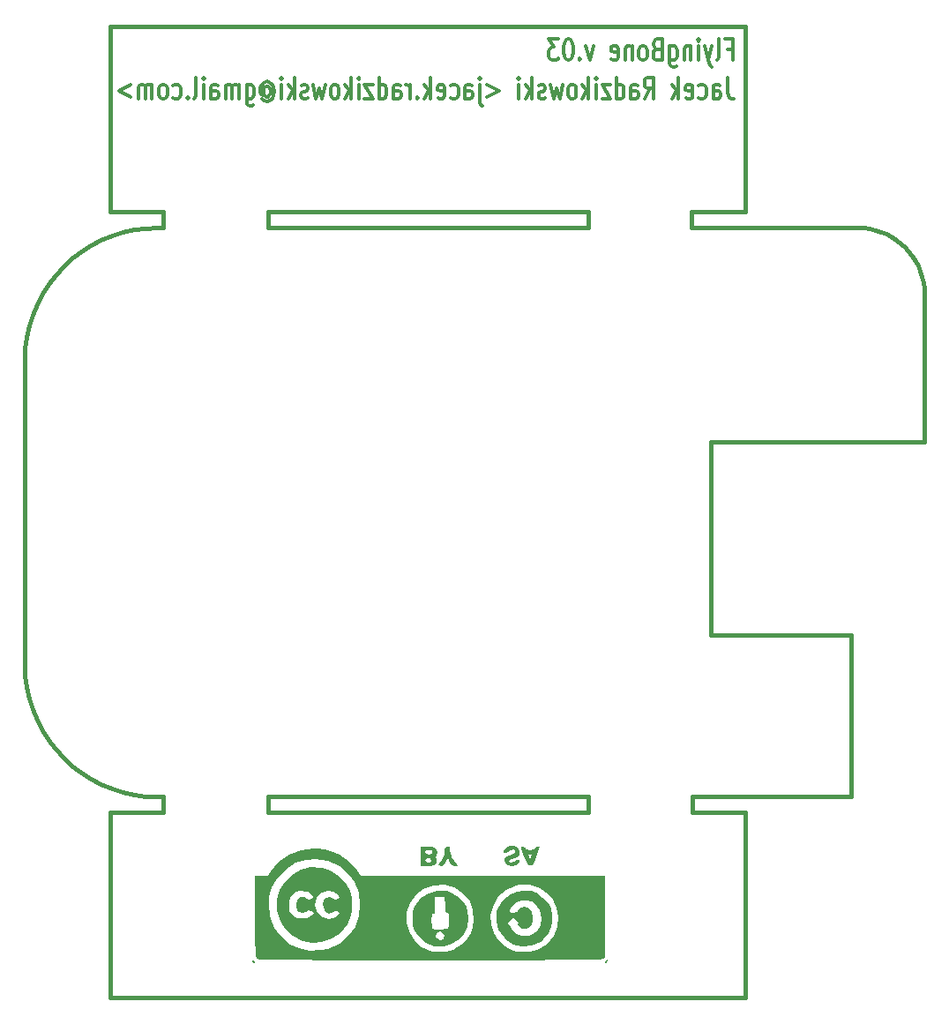
<source format=gbo>
G04 (created by PCBNEW-RS274X (2011-09-21 BZR 3143)-testing) date Tue 27 Dec 2011 09:45:28 PM EST*
G01*
G70*
G90*
%MOIN*%
G04 Gerber Fmt 3.4, Leading zero omitted, Abs format*
%FSLAX34Y34*%
G04 APERTURE LIST*
%ADD10C,0.006000*%
%ADD11C,0.012000*%
%ADD12C,0.015000*%
%ADD13C,0.000100*%
%ADD14R,0.080000X0.080000*%
%ADD15C,0.080000*%
%ADD16C,0.085000*%
%ADD17C,0.200000*%
%ADD18R,0.085000X0.085000*%
%ADD19C,0.071200*%
G04 APERTURE END LIST*
G54D10*
G54D11*
X26567Y05676D02*
X26567Y05105D01*
X26595Y04990D01*
X26652Y04914D01*
X26738Y04876D01*
X26795Y04876D01*
X26024Y04876D02*
X26024Y05295D01*
X26053Y05371D01*
X26110Y05410D01*
X26224Y05410D01*
X26281Y05371D01*
X26024Y04914D02*
X26081Y04876D01*
X26224Y04876D01*
X26281Y04914D01*
X26310Y04990D01*
X26310Y05067D01*
X26281Y05143D01*
X26224Y05181D01*
X26081Y05181D01*
X26024Y05219D01*
X25481Y04914D02*
X25538Y04876D01*
X25652Y04876D01*
X25710Y04914D01*
X25738Y04952D01*
X25767Y05029D01*
X25767Y05257D01*
X25738Y05333D01*
X25710Y05371D01*
X25652Y05410D01*
X25538Y05410D01*
X25481Y05371D01*
X24996Y04914D02*
X25053Y04876D01*
X25167Y04876D01*
X25224Y04914D01*
X25253Y04990D01*
X25253Y05295D01*
X25224Y05371D01*
X25167Y05410D01*
X25053Y05410D01*
X24996Y05371D01*
X24967Y05295D01*
X24967Y05219D01*
X25253Y05143D01*
X24710Y04876D02*
X24710Y05676D01*
X24653Y05181D02*
X24482Y04876D01*
X24482Y05410D02*
X24710Y05105D01*
X23424Y04876D02*
X23624Y05257D01*
X23767Y04876D02*
X23767Y05676D01*
X23539Y05676D01*
X23481Y05638D01*
X23453Y05600D01*
X23424Y05524D01*
X23424Y05410D01*
X23453Y05333D01*
X23481Y05295D01*
X23539Y05257D01*
X23767Y05257D01*
X22910Y04876D02*
X22910Y05295D01*
X22939Y05371D01*
X22996Y05410D01*
X23110Y05410D01*
X23167Y05371D01*
X22910Y04914D02*
X22967Y04876D01*
X23110Y04876D01*
X23167Y04914D01*
X23196Y04990D01*
X23196Y05067D01*
X23167Y05143D01*
X23110Y05181D01*
X22967Y05181D01*
X22910Y05219D01*
X22367Y04876D02*
X22367Y05676D01*
X22367Y04914D02*
X22424Y04876D01*
X22538Y04876D01*
X22596Y04914D01*
X22624Y04952D01*
X22653Y05029D01*
X22653Y05257D01*
X22624Y05333D01*
X22596Y05371D01*
X22538Y05410D01*
X22424Y05410D01*
X22367Y05371D01*
X22138Y05410D02*
X21824Y05410D01*
X22138Y04876D01*
X21824Y04876D01*
X21595Y04876D02*
X21595Y05410D01*
X21595Y05676D02*
X21624Y05638D01*
X21595Y05600D01*
X21567Y05638D01*
X21595Y05676D01*
X21595Y05600D01*
X21309Y04876D02*
X21309Y05676D01*
X21252Y05181D02*
X21081Y04876D01*
X21081Y05410D02*
X21309Y05105D01*
X20737Y04876D02*
X20795Y04914D01*
X20823Y04952D01*
X20852Y05029D01*
X20852Y05257D01*
X20823Y05333D01*
X20795Y05371D01*
X20737Y05410D01*
X20652Y05410D01*
X20595Y05371D01*
X20566Y05333D01*
X20537Y05257D01*
X20537Y05029D01*
X20566Y04952D01*
X20595Y04914D01*
X20652Y04876D01*
X20737Y04876D01*
X20337Y05410D02*
X20223Y04876D01*
X20109Y05257D01*
X19994Y04876D01*
X19880Y05410D01*
X19680Y04914D02*
X19623Y04876D01*
X19508Y04876D01*
X19451Y04914D01*
X19423Y04990D01*
X19423Y05029D01*
X19451Y05105D01*
X19508Y05143D01*
X19594Y05143D01*
X19651Y05181D01*
X19680Y05257D01*
X19680Y05295D01*
X19651Y05371D01*
X19594Y05410D01*
X19508Y05410D01*
X19451Y05371D01*
X19165Y04876D02*
X19165Y05676D01*
X19108Y05181D02*
X18937Y04876D01*
X18937Y05410D02*
X19165Y05105D01*
X18679Y04876D02*
X18679Y05410D01*
X18679Y05676D02*
X18708Y05638D01*
X18679Y05600D01*
X18651Y05638D01*
X18679Y05676D01*
X18679Y05600D01*
X17479Y05410D02*
X17936Y05181D01*
X17479Y04952D01*
X17193Y05410D02*
X17193Y04724D01*
X17222Y04648D01*
X17279Y04610D01*
X17307Y04610D01*
X17193Y05676D02*
X17222Y05638D01*
X17193Y05600D01*
X17165Y05638D01*
X17193Y05676D01*
X17193Y05600D01*
X16650Y04876D02*
X16650Y05295D01*
X16679Y05371D01*
X16736Y05410D01*
X16850Y05410D01*
X16907Y05371D01*
X16650Y04914D02*
X16707Y04876D01*
X16850Y04876D01*
X16907Y04914D01*
X16936Y04990D01*
X16936Y05067D01*
X16907Y05143D01*
X16850Y05181D01*
X16707Y05181D01*
X16650Y05219D01*
X16107Y04914D02*
X16164Y04876D01*
X16278Y04876D01*
X16336Y04914D01*
X16364Y04952D01*
X16393Y05029D01*
X16393Y05257D01*
X16364Y05333D01*
X16336Y05371D01*
X16278Y05410D01*
X16164Y05410D01*
X16107Y05371D01*
X15622Y04914D02*
X15679Y04876D01*
X15793Y04876D01*
X15850Y04914D01*
X15879Y04990D01*
X15879Y05295D01*
X15850Y05371D01*
X15793Y05410D01*
X15679Y05410D01*
X15622Y05371D01*
X15593Y05295D01*
X15593Y05219D01*
X15879Y05143D01*
X15336Y04876D02*
X15336Y05676D01*
X15279Y05181D02*
X15108Y04876D01*
X15108Y05410D02*
X15336Y05105D01*
X14850Y04952D02*
X14822Y04914D01*
X14850Y04876D01*
X14879Y04914D01*
X14850Y04952D01*
X14850Y04876D01*
X14564Y04876D02*
X14564Y05410D01*
X14564Y05257D02*
X14536Y05333D01*
X14507Y05371D01*
X14450Y05410D01*
X14393Y05410D01*
X13936Y04876D02*
X13936Y05295D01*
X13965Y05371D01*
X14022Y05410D01*
X14136Y05410D01*
X14193Y05371D01*
X13936Y04914D02*
X13993Y04876D01*
X14136Y04876D01*
X14193Y04914D01*
X14222Y04990D01*
X14222Y05067D01*
X14193Y05143D01*
X14136Y05181D01*
X13993Y05181D01*
X13936Y05219D01*
X13393Y04876D02*
X13393Y05676D01*
X13393Y04914D02*
X13450Y04876D01*
X13564Y04876D01*
X13622Y04914D01*
X13650Y04952D01*
X13679Y05029D01*
X13679Y05257D01*
X13650Y05333D01*
X13622Y05371D01*
X13564Y05410D01*
X13450Y05410D01*
X13393Y05371D01*
X13164Y05410D02*
X12850Y05410D01*
X13164Y04876D01*
X12850Y04876D01*
X12621Y04876D02*
X12621Y05410D01*
X12621Y05676D02*
X12650Y05638D01*
X12621Y05600D01*
X12593Y05638D01*
X12621Y05676D01*
X12621Y05600D01*
X12335Y04876D02*
X12335Y05676D01*
X12278Y05181D02*
X12107Y04876D01*
X12107Y05410D02*
X12335Y05105D01*
X11763Y04876D02*
X11821Y04914D01*
X11849Y04952D01*
X11878Y05029D01*
X11878Y05257D01*
X11849Y05333D01*
X11821Y05371D01*
X11763Y05410D01*
X11678Y05410D01*
X11621Y05371D01*
X11592Y05333D01*
X11563Y05257D01*
X11563Y05029D01*
X11592Y04952D01*
X11621Y04914D01*
X11678Y04876D01*
X11763Y04876D01*
X11363Y05410D02*
X11249Y04876D01*
X11135Y05257D01*
X11020Y04876D01*
X10906Y05410D01*
X10706Y04914D02*
X10649Y04876D01*
X10534Y04876D01*
X10477Y04914D01*
X10449Y04990D01*
X10449Y05029D01*
X10477Y05105D01*
X10534Y05143D01*
X10620Y05143D01*
X10677Y05181D01*
X10706Y05257D01*
X10706Y05295D01*
X10677Y05371D01*
X10620Y05410D01*
X10534Y05410D01*
X10477Y05371D01*
X10191Y04876D02*
X10191Y05676D01*
X10134Y05181D02*
X09963Y04876D01*
X09963Y05410D02*
X10191Y05105D01*
X09705Y04876D02*
X09705Y05410D01*
X09705Y05676D02*
X09734Y05638D01*
X09705Y05600D01*
X09677Y05638D01*
X09705Y05676D01*
X09705Y05600D01*
X09048Y05257D02*
X09076Y05295D01*
X09133Y05333D01*
X09191Y05333D01*
X09248Y05295D01*
X09276Y05257D01*
X09305Y05181D01*
X09305Y05105D01*
X09276Y05029D01*
X09248Y04990D01*
X09191Y04952D01*
X09133Y04952D01*
X09076Y04990D01*
X09048Y05029D01*
X09048Y05333D02*
X09048Y05029D01*
X09019Y04990D01*
X08991Y04990D01*
X08933Y05029D01*
X08905Y05105D01*
X08905Y05295D01*
X08962Y05410D01*
X09048Y05486D01*
X09162Y05524D01*
X09276Y05486D01*
X09362Y05410D01*
X09419Y05295D01*
X09448Y05143D01*
X09419Y04990D01*
X09362Y04876D01*
X09276Y04800D01*
X09162Y04762D01*
X09048Y04800D01*
X08962Y04876D01*
X08391Y05410D02*
X08391Y04762D01*
X08420Y04686D01*
X08448Y04648D01*
X08505Y04610D01*
X08591Y04610D01*
X08648Y04648D01*
X08391Y04914D02*
X08448Y04876D01*
X08562Y04876D01*
X08620Y04914D01*
X08648Y04952D01*
X08677Y05029D01*
X08677Y05257D01*
X08648Y05333D01*
X08620Y05371D01*
X08562Y05410D01*
X08448Y05410D01*
X08391Y05371D01*
X08105Y04876D02*
X08105Y05410D01*
X08105Y05333D02*
X08077Y05371D01*
X08019Y05410D01*
X07934Y05410D01*
X07877Y05371D01*
X07848Y05295D01*
X07848Y04876D01*
X07848Y05295D02*
X07819Y05371D01*
X07762Y05410D01*
X07677Y05410D01*
X07619Y05371D01*
X07591Y05295D01*
X07591Y04876D01*
X07048Y04876D02*
X07048Y05295D01*
X07077Y05371D01*
X07134Y05410D01*
X07248Y05410D01*
X07305Y05371D01*
X07048Y04914D02*
X07105Y04876D01*
X07248Y04876D01*
X07305Y04914D01*
X07334Y04990D01*
X07334Y05067D01*
X07305Y05143D01*
X07248Y05181D01*
X07105Y05181D01*
X07048Y05219D01*
X06762Y04876D02*
X06762Y05410D01*
X06762Y05676D02*
X06791Y05638D01*
X06762Y05600D01*
X06734Y05638D01*
X06762Y05676D01*
X06762Y05600D01*
X06390Y04876D02*
X06448Y04914D01*
X06476Y04990D01*
X06476Y05676D01*
X06162Y04952D02*
X06134Y04914D01*
X06162Y04876D01*
X06191Y04914D01*
X06162Y04952D01*
X06162Y04876D01*
X05619Y04914D02*
X05676Y04876D01*
X05790Y04876D01*
X05848Y04914D01*
X05876Y04952D01*
X05905Y05029D01*
X05905Y05257D01*
X05876Y05333D01*
X05848Y05371D01*
X05790Y05410D01*
X05676Y05410D01*
X05619Y05371D01*
X05276Y04876D02*
X05334Y04914D01*
X05362Y04952D01*
X05391Y05029D01*
X05391Y05257D01*
X05362Y05333D01*
X05334Y05371D01*
X05276Y05410D01*
X05191Y05410D01*
X05134Y05371D01*
X05105Y05333D01*
X05076Y05257D01*
X05076Y05029D01*
X05105Y04952D01*
X05134Y04914D01*
X05191Y04876D01*
X05276Y04876D01*
X04819Y04876D02*
X04819Y05410D01*
X04819Y05333D02*
X04791Y05371D01*
X04733Y05410D01*
X04648Y05410D01*
X04591Y05371D01*
X04562Y05295D01*
X04562Y04876D01*
X04562Y05295D02*
X04533Y05371D01*
X04476Y05410D01*
X04391Y05410D01*
X04333Y05371D01*
X04305Y05295D01*
X04305Y04876D01*
X04019Y05410D02*
X03562Y05181D01*
X04019Y04952D01*
X26556Y06745D02*
X26756Y06745D01*
X26756Y06326D02*
X26756Y07126D01*
X26470Y07126D01*
X26156Y06326D02*
X26214Y06364D01*
X26242Y06440D01*
X26242Y07126D01*
X25985Y06860D02*
X25842Y06326D01*
X25700Y06860D02*
X25842Y06326D01*
X25900Y06136D01*
X25928Y06098D01*
X25985Y06060D01*
X25471Y06326D02*
X25471Y06860D01*
X25471Y07126D02*
X25500Y07088D01*
X25471Y07050D01*
X25443Y07088D01*
X25471Y07126D01*
X25471Y07050D01*
X25185Y06860D02*
X25185Y06326D01*
X25185Y06783D02*
X25157Y06821D01*
X25099Y06860D01*
X25014Y06860D01*
X24957Y06821D01*
X24928Y06745D01*
X24928Y06326D01*
X24385Y06860D02*
X24385Y06212D01*
X24414Y06136D01*
X24442Y06098D01*
X24499Y06060D01*
X24585Y06060D01*
X24642Y06098D01*
X24385Y06364D02*
X24442Y06326D01*
X24556Y06326D01*
X24614Y06364D01*
X24642Y06402D01*
X24671Y06479D01*
X24671Y06707D01*
X24642Y06783D01*
X24614Y06821D01*
X24556Y06860D01*
X24442Y06860D01*
X24385Y06821D01*
X23899Y06745D02*
X23813Y06707D01*
X23785Y06669D01*
X23756Y06593D01*
X23756Y06479D01*
X23785Y06402D01*
X23813Y06364D01*
X23871Y06326D01*
X24099Y06326D01*
X24099Y07126D01*
X23899Y07126D01*
X23842Y07088D01*
X23813Y07050D01*
X23785Y06974D01*
X23785Y06898D01*
X23813Y06821D01*
X23842Y06783D01*
X23899Y06745D01*
X24099Y06745D01*
X23413Y06326D02*
X23471Y06364D01*
X23499Y06402D01*
X23528Y06479D01*
X23528Y06707D01*
X23499Y06783D01*
X23471Y06821D01*
X23413Y06860D01*
X23328Y06860D01*
X23271Y06821D01*
X23242Y06783D01*
X23213Y06707D01*
X23213Y06479D01*
X23242Y06402D01*
X23271Y06364D01*
X23328Y06326D01*
X23413Y06326D01*
X22956Y06860D02*
X22956Y06326D01*
X22956Y06783D02*
X22928Y06821D01*
X22870Y06860D01*
X22785Y06860D01*
X22728Y06821D01*
X22699Y06745D01*
X22699Y06326D01*
X22185Y06364D02*
X22242Y06326D01*
X22356Y06326D01*
X22413Y06364D01*
X22442Y06440D01*
X22442Y06745D01*
X22413Y06821D01*
X22356Y06860D01*
X22242Y06860D01*
X22185Y06821D01*
X22156Y06745D01*
X22156Y06669D01*
X22442Y06593D01*
X21499Y06860D02*
X21356Y06326D01*
X21214Y06860D01*
X20985Y06402D02*
X20957Y06364D01*
X20985Y06326D01*
X21014Y06364D01*
X20985Y06402D01*
X20985Y06326D01*
X20585Y07126D02*
X20528Y07126D01*
X20471Y07088D01*
X20442Y07050D01*
X20413Y06974D01*
X20385Y06821D01*
X20385Y06631D01*
X20413Y06479D01*
X20442Y06402D01*
X20471Y06364D01*
X20528Y06326D01*
X20585Y06326D01*
X20642Y06364D01*
X20671Y06402D01*
X20699Y06479D01*
X20728Y06631D01*
X20728Y06821D01*
X20699Y06974D01*
X20671Y07050D01*
X20642Y07088D01*
X20585Y07126D01*
X20185Y07126D02*
X19814Y07126D01*
X20014Y06821D01*
X19928Y06821D01*
X19871Y06783D01*
X19842Y06745D01*
X19814Y06669D01*
X19814Y06479D01*
X19842Y06402D01*
X19871Y06364D01*
X19928Y06326D01*
X20100Y06326D01*
X20157Y06364D01*
X20185Y06402D01*
G54D12*
X21300Y00600D02*
X21300Y00000D01*
X09200Y00600D02*
X21300Y00600D01*
X09200Y00000D02*
X09200Y00600D01*
X21300Y00000D02*
X09200Y00000D01*
X09200Y-21500D02*
X09250Y-21500D01*
X09200Y-22100D02*
X09200Y-21500D01*
X21300Y-22100D02*
X09200Y-22100D01*
X21300Y-21500D02*
X21300Y-22100D01*
X09200Y-21500D02*
X21300Y-21500D01*
X31250Y-15400D02*
X25950Y-15400D01*
X31250Y-21500D02*
X28500Y-21500D01*
X31250Y-21500D02*
X31250Y-15450D01*
X05250Y00000D02*
X04900Y00000D01*
X05250Y00600D02*
X05250Y00000D01*
X03250Y00600D02*
X05250Y00600D01*
X25200Y00000D02*
X27250Y00000D01*
X25200Y00600D02*
X25200Y00000D01*
X27200Y00600D02*
X25200Y00600D01*
X27250Y-21500D02*
X25250Y-21500D01*
X27250Y-22100D02*
X27250Y-22150D01*
X25250Y-22100D02*
X27250Y-22100D01*
X25250Y-22100D02*
X25250Y-21500D01*
X05250Y-22100D02*
X05250Y-22050D01*
X03250Y-22100D02*
X05250Y-22100D01*
X05000Y-21500D02*
X05250Y-21500D01*
X05250Y-22100D02*
X05250Y-21500D01*
X27250Y-21500D02*
X28500Y-21500D01*
X27250Y-29100D02*
X27250Y-22100D01*
X03250Y-29100D02*
X27250Y-29100D01*
X03250Y-22100D02*
X03250Y-29100D01*
X03250Y07600D02*
X03250Y00600D01*
X27250Y07600D02*
X03250Y07600D01*
X27250Y00600D02*
X27250Y07600D01*
X27250Y00000D02*
X28500Y00000D01*
X25950Y-08100D02*
X25950Y-15400D01*
X34000Y-08100D02*
X25950Y-08100D01*
X34000Y-07900D02*
X34000Y-08100D01*
X28400Y00000D02*
X31500Y00000D01*
X00000Y-05000D02*
X00000Y-16500D01*
X34000Y-02500D02*
X34000Y-07950D01*
X34000Y-02500D02*
X33990Y-02283D01*
X33962Y-02066D01*
X33914Y-01853D01*
X33849Y-01645D01*
X33765Y-01444D01*
X33665Y-01251D01*
X33547Y-01067D01*
X33415Y-00894D01*
X33267Y-00733D01*
X33106Y-00585D01*
X32933Y-00453D01*
X32750Y-00335D01*
X32556Y-00235D01*
X32355Y-00151D01*
X32147Y-00086D01*
X31934Y-00038D01*
X31717Y-00010D01*
X31500Y00000D01*
X00000Y-16500D02*
X00020Y-16935D01*
X00076Y-17368D01*
X00171Y-17794D01*
X00302Y-18210D01*
X00469Y-18613D01*
X00670Y-18999D01*
X00905Y-19367D01*
X01170Y-19713D01*
X01465Y-20035D01*
X01787Y-20330D01*
X02133Y-20595D01*
X02501Y-20830D01*
X02887Y-21031D01*
X03290Y-21198D01*
X03706Y-21329D01*
X04132Y-21424D01*
X04565Y-21480D01*
X05000Y-21500D01*
X05000Y00000D02*
X04565Y-00020D01*
X04132Y-00076D01*
X03706Y-00171D01*
X03290Y-00302D01*
X02887Y-00469D01*
X02501Y-00670D01*
X02133Y-00905D01*
X01787Y-01170D01*
X01465Y-01465D01*
X01170Y-01787D01*
X00905Y-02133D01*
X00670Y-02501D01*
X00469Y-02887D01*
X00302Y-03290D01*
X00171Y-03706D01*
X00076Y-04132D01*
X00020Y-04565D01*
X00000Y-05000D01*
G54D13*
G36*
X18340Y-23362D02*
X18188Y-23433D01*
X18110Y-23566D01*
X18119Y-23619D01*
X18192Y-23644D01*
X18280Y-23590D01*
X18351Y-23529D01*
X18491Y-23513D01*
X18534Y-23528D01*
X18539Y-23591D01*
X18458Y-23655D01*
X18391Y-23682D01*
X18235Y-23751D01*
X18160Y-23805D01*
X18130Y-23866D01*
X18126Y-23889D01*
X18158Y-24024D01*
X18271Y-24112D01*
X18423Y-24143D01*
X18573Y-24108D01*
X18679Y-23997D01*
X18697Y-23956D01*
X18707Y-23893D01*
X18632Y-23884D01*
X18602Y-23887D01*
X18528Y-23934D01*
X18488Y-23967D01*
X18381Y-23984D01*
X18302Y-23954D01*
X18300Y-23951D01*
X18336Y-23888D01*
X18504Y-23823D01*
X18590Y-23791D01*
X18683Y-23734D01*
X18699Y-23711D01*
X18719Y-23566D01*
X18635Y-23427D01*
X18516Y-23366D01*
X18340Y-23362D01*
X18340Y-23362D01*
G37*
G36*
X18834Y-23384D02*
X18794Y-23384D01*
X18765Y-23401D01*
X18770Y-23460D01*
X18814Y-23590D01*
X18899Y-23817D01*
X18931Y-23899D01*
X18991Y-24035D01*
X19041Y-24093D01*
X19108Y-24111D01*
X19145Y-24113D01*
X19210Y-24087D01*
X19259Y-23977D01*
X19261Y-23972D01*
X19321Y-23805D01*
X19394Y-23609D01*
X19480Y-23384D01*
X19384Y-23384D01*
X19343Y-23387D01*
X19266Y-23450D01*
X19223Y-23503D01*
X19102Y-23517D01*
X19102Y-23684D01*
X19127Y-23684D01*
X19178Y-23712D01*
X19139Y-23809D01*
X19097Y-23884D01*
X19056Y-23774D01*
X19040Y-23697D01*
X19102Y-23684D01*
X19102Y-23517D01*
X19101Y-23517D01*
X18984Y-23505D01*
X18940Y-23450D01*
X18930Y-23427D01*
X18834Y-23384D01*
X18834Y-23384D01*
G37*
G36*
X15983Y-23384D02*
X15933Y-23386D01*
X15890Y-23420D01*
X15883Y-23538D01*
X15858Y-23699D01*
X15766Y-23884D01*
X15756Y-23901D01*
X15680Y-24032D01*
X15650Y-24097D01*
X15658Y-24105D01*
X15741Y-24117D01*
X15828Y-24091D01*
X15911Y-23980D01*
X15989Y-23842D01*
X16071Y-23980D01*
X16077Y-23989D01*
X16159Y-24092D01*
X16254Y-24117D01*
X16355Y-24117D01*
X16289Y-24009D01*
X16248Y-23941D01*
X16153Y-23784D01*
X16127Y-23732D01*
X16083Y-23525D01*
X16082Y-23467D01*
X16061Y-23396D01*
X15983Y-23384D01*
X15983Y-23384D01*
G37*
G36*
X14984Y-23384D02*
X14984Y-24117D01*
X15229Y-24117D01*
X15351Y-24115D01*
X15468Y-24096D01*
X15534Y-24049D01*
X15577Y-23980D01*
X15557Y-23876D01*
X15534Y-23792D01*
X15567Y-23717D01*
X15614Y-23589D01*
X15550Y-23450D01*
X15510Y-23419D01*
X15412Y-23391D01*
X15262Y-23385D01*
X15262Y-23517D01*
X15283Y-23517D01*
X15390Y-23540D01*
X15416Y-23623D01*
X15392Y-23670D01*
X15284Y-23684D01*
X15254Y-23684D01*
X15225Y-23678D01*
X15225Y-23820D01*
X15343Y-23842D01*
X15383Y-23920D01*
X15365Y-23967D01*
X15267Y-23984D01*
X15171Y-23970D01*
X15150Y-23900D01*
X15157Y-23850D01*
X15225Y-23820D01*
X15225Y-23678D01*
X15168Y-23667D01*
X15150Y-23600D01*
X15168Y-23533D01*
X15262Y-23517D01*
X15262Y-23385D01*
X15234Y-23384D01*
X14984Y-23384D01*
X14984Y-23384D01*
G37*
G36*
X10917Y-23458D02*
X10445Y-23526D01*
X10003Y-23699D01*
X09619Y-23966D01*
X09318Y-24316D01*
X09210Y-24484D01*
X08717Y-24484D01*
X08717Y-26022D01*
X08717Y-26249D01*
X08718Y-26692D01*
X08720Y-27026D01*
X08725Y-27267D01*
X08731Y-27430D01*
X08741Y-27533D01*
X08755Y-27591D01*
X08772Y-27622D01*
X08777Y-27627D01*
X08795Y-27636D01*
X08828Y-27644D01*
X08885Y-27652D01*
X08973Y-27658D01*
X09100Y-27664D01*
X09274Y-27668D01*
X09503Y-27672D01*
X09795Y-27675D01*
X10157Y-27677D01*
X10598Y-27679D01*
X11125Y-27681D01*
X11746Y-27682D01*
X12469Y-27682D01*
X13302Y-27683D01*
X14252Y-27683D01*
X15328Y-27683D01*
X16128Y-27683D01*
X17115Y-27683D01*
X17982Y-27682D01*
X18737Y-27682D01*
X19387Y-27681D01*
X19942Y-27679D01*
X20407Y-27677D01*
X20791Y-27675D01*
X21103Y-27672D01*
X21349Y-27668D01*
X21537Y-27663D01*
X21676Y-27658D01*
X21773Y-27652D01*
X21835Y-27645D01*
X21871Y-27637D01*
X21889Y-27628D01*
X21905Y-27608D01*
X21921Y-27568D01*
X21932Y-27493D01*
X21940Y-27368D01*
X21945Y-27175D01*
X21948Y-26898D01*
X21949Y-26521D01*
X21950Y-26028D01*
X21950Y-24484D01*
X19088Y-24484D01*
X19088Y-24838D01*
X19465Y-24960D01*
X19797Y-25203D01*
X19921Y-25346D01*
X20101Y-25685D01*
X20170Y-26051D01*
X20133Y-26418D01*
X19993Y-26761D01*
X19755Y-27055D01*
X19423Y-27277D01*
X19375Y-27299D01*
X19249Y-27343D01*
X19104Y-27362D01*
X18883Y-27366D01*
X18803Y-27366D01*
X18611Y-27358D01*
X18478Y-27332D01*
X18348Y-27279D01*
X18170Y-27171D01*
X17918Y-26940D01*
X17737Y-26676D01*
X17626Y-26334D01*
X17619Y-25954D01*
X17721Y-25592D01*
X17920Y-25276D01*
X18205Y-25026D01*
X18565Y-24869D01*
X18683Y-24844D01*
X19088Y-24838D01*
X19088Y-24484D01*
X15869Y-24484D01*
X15869Y-24830D01*
X16247Y-24939D01*
X16587Y-25174D01*
X16596Y-25183D01*
X16831Y-25470D01*
X16954Y-25796D01*
X16977Y-26191D01*
X16949Y-26434D01*
X16877Y-26652D01*
X16745Y-26863D01*
X16512Y-27106D01*
X16252Y-27279D01*
X16209Y-27299D01*
X16083Y-27342D01*
X15938Y-27362D01*
X15716Y-27366D01*
X15633Y-27366D01*
X15443Y-27358D01*
X15311Y-27332D01*
X15180Y-27278D01*
X15010Y-27183D01*
X14721Y-26924D01*
X14527Y-26603D01*
X14435Y-26247D01*
X14447Y-25879D01*
X14569Y-25523D01*
X14805Y-25206D01*
X15080Y-24992D01*
X15443Y-24855D01*
X15458Y-24851D01*
X15869Y-24830D01*
X15869Y-24484D01*
X12701Y-24484D01*
X12607Y-24336D01*
X12577Y-24292D01*
X12384Y-24071D01*
X12137Y-23854D01*
X11893Y-23691D01*
X11890Y-23689D01*
X11674Y-23594D01*
X11444Y-23518D01*
X11391Y-23505D01*
X11019Y-23468D01*
X11019Y-23859D01*
X11480Y-23933D01*
X11897Y-24132D01*
X12273Y-24459D01*
X12474Y-24742D01*
X12630Y-25145D01*
X12687Y-25583D01*
X12642Y-26022D01*
X12491Y-26428D01*
X12240Y-26771D01*
X11889Y-27062D01*
X11486Y-27252D01*
X11182Y-27312D01*
X10773Y-27314D01*
X10380Y-27236D01*
X10052Y-27085D01*
X09977Y-27031D01*
X09683Y-26763D01*
X09446Y-26452D01*
X09301Y-26142D01*
X09263Y-25977D01*
X09228Y-25619D01*
X09247Y-25284D01*
X09347Y-24943D01*
X09568Y-24566D01*
X09876Y-24247D01*
X10245Y-24012D01*
X10651Y-23885D01*
X11019Y-23859D01*
X11019Y-23468D01*
X10917Y-23458D01*
X10917Y-23458D01*
G37*
G36*
X22046Y-27669D02*
X22020Y-27678D01*
X21945Y-27753D01*
X21926Y-27769D01*
X21975Y-27782D01*
X22012Y-27778D01*
X22049Y-27708D01*
X22046Y-27669D01*
X22046Y-27669D01*
G37*
G36*
X08624Y-27658D02*
X08617Y-27716D01*
X08619Y-27736D01*
X08684Y-27783D01*
X08733Y-27775D01*
X08692Y-27719D01*
X08671Y-27696D01*
X08624Y-27658D01*
X08624Y-27658D01*
G37*
G36*
X10804Y-24166D02*
X10440Y-24259D01*
X10440Y-25068D01*
X10637Y-25085D01*
X10700Y-25112D01*
X10832Y-25208D01*
X10923Y-25299D01*
X10850Y-25358D01*
X10826Y-25376D01*
X10745Y-25412D01*
X10667Y-25350D01*
X10594Y-25301D01*
X10450Y-25288D01*
X10337Y-25359D01*
X10283Y-25514D01*
X10285Y-25706D01*
X10351Y-25850D01*
X10361Y-25859D01*
X10507Y-25913D01*
X10651Y-25849D01*
X10664Y-25836D01*
X10729Y-25799D01*
X10822Y-25835D01*
X10926Y-25889D01*
X10821Y-25994D01*
X10741Y-26063D01*
X10648Y-26094D01*
X10484Y-26100D01*
X10467Y-26100D01*
X10313Y-26093D01*
X10221Y-26059D01*
X10127Y-25975D01*
X10048Y-25887D01*
X10007Y-25788D01*
X09992Y-25625D01*
X09991Y-25518D01*
X10046Y-25292D01*
X10191Y-25137D01*
X10242Y-25111D01*
X10440Y-25068D01*
X10440Y-24259D01*
X10424Y-24263D01*
X10093Y-24453D01*
X09824Y-24720D01*
X09633Y-25045D01*
X09532Y-25410D01*
X09536Y-25798D01*
X09659Y-26193D01*
X09849Y-26495D01*
X10143Y-26770D01*
X10488Y-26947D01*
X10861Y-27025D01*
X11240Y-27002D01*
X11604Y-26879D01*
X11929Y-26652D01*
X12194Y-26323D01*
X12313Y-26084D01*
X12372Y-25828D01*
X12378Y-25509D01*
X12368Y-25367D01*
X12336Y-25172D01*
X12270Y-24994D01*
X12174Y-24825D01*
X11917Y-24538D01*
X11593Y-24314D01*
X11457Y-24264D01*
X11457Y-25072D01*
X11686Y-25104D01*
X11859Y-25220D01*
X11880Y-25246D01*
X11910Y-25324D01*
X11833Y-25378D01*
X11767Y-25398D01*
X11683Y-25350D01*
X11649Y-25323D01*
X11495Y-25287D01*
X11351Y-25350D01*
X11308Y-25414D01*
X11284Y-25578D01*
X11298Y-25707D01*
X11378Y-25859D01*
X11505Y-25914D01*
X11655Y-25853D01*
X11732Y-25808D01*
X11826Y-25837D01*
X11889Y-25880D01*
X11886Y-25946D01*
X11836Y-26003D01*
X11675Y-26084D01*
X11475Y-26116D01*
X11411Y-26112D01*
X11192Y-26024D01*
X11040Y-25843D01*
X10985Y-25600D01*
X11004Y-25458D01*
X11086Y-25263D01*
X11207Y-25139D01*
X11221Y-25132D01*
X11457Y-25072D01*
X11457Y-24264D01*
X11245Y-24186D01*
X11219Y-24181D01*
X10804Y-24166D01*
X10804Y-24166D01*
G37*
G36*
X19043Y-25056D02*
X18991Y-25057D01*
X18991Y-25426D01*
X19166Y-25470D01*
X19320Y-25577D01*
X19475Y-25800D01*
X19525Y-26100D01*
X19490Y-26353D01*
X19356Y-26589D01*
X19127Y-26735D01*
X19057Y-26756D01*
X18786Y-26769D01*
X18554Y-26674D01*
X18393Y-26483D01*
X18338Y-26379D01*
X18287Y-26295D01*
X18281Y-26259D01*
X18362Y-26154D01*
X18470Y-26049D01*
X18583Y-26166D01*
X18648Y-26243D01*
X18656Y-26283D01*
X18644Y-26284D01*
X18622Y-26331D01*
X18698Y-26434D01*
X18796Y-26500D01*
X18974Y-26512D01*
X19133Y-26410D01*
X19187Y-26336D01*
X19213Y-26241D01*
X19210Y-26078D01*
X19206Y-26014D01*
X19179Y-25864D01*
X19119Y-25770D01*
X19072Y-25728D01*
X18909Y-25664D01*
X18752Y-25689D01*
X18650Y-25799D01*
X18642Y-25818D01*
X18589Y-25871D01*
X18465Y-25883D01*
X18398Y-25882D01*
X18330Y-25865D01*
X18333Y-25808D01*
X18396Y-25677D01*
X18560Y-25503D01*
X18591Y-25484D01*
X18774Y-25433D01*
X18991Y-25426D01*
X18991Y-25057D01*
X18850Y-25059D01*
X18600Y-25088D01*
X18359Y-25181D01*
X18136Y-25362D01*
X18002Y-25522D01*
X17853Y-25845D01*
X17823Y-26189D01*
X17913Y-26528D01*
X18123Y-26837D01*
X18175Y-26888D01*
X18478Y-27088D01*
X18817Y-27173D01*
X19163Y-27140D01*
X19490Y-26986D01*
X19608Y-26889D01*
X19800Y-26660D01*
X19915Y-26422D01*
X19942Y-26267D01*
X19942Y-25987D01*
X19896Y-25739D01*
X19795Y-25545D01*
X19587Y-25315D01*
X19334Y-25143D01*
X19312Y-25133D01*
X19174Y-25077D01*
X19043Y-25056D01*
X19043Y-25056D01*
G37*
G36*
X15604Y-25054D02*
X15267Y-25147D01*
X14977Y-25345D01*
X14745Y-25650D01*
X14686Y-25844D01*
X14662Y-26103D01*
X14676Y-26359D01*
X14731Y-26549D01*
X14894Y-26786D01*
X15170Y-27021D01*
X15487Y-27150D01*
X15823Y-27169D01*
X16154Y-27074D01*
X16456Y-26859D01*
X16588Y-26709D01*
X16724Y-26436D01*
X16765Y-26100D01*
X16765Y-26051D01*
X16747Y-25840D01*
X16692Y-25674D01*
X16567Y-25479D01*
X16348Y-25264D01*
X16108Y-25121D01*
X15962Y-25077D01*
X15880Y-25072D01*
X15880Y-25284D01*
X15890Y-25591D01*
X15894Y-25701D01*
X15905Y-25836D01*
X15928Y-25894D01*
X15975Y-25910D01*
X15986Y-25912D01*
X16029Y-25935D01*
X16046Y-26011D01*
X16050Y-26179D01*
X16050Y-26191D01*
X16038Y-26381D01*
X16010Y-26476D01*
X16000Y-26482D01*
X15892Y-26505D01*
X15723Y-26516D01*
X15693Y-26516D01*
X15693Y-26599D01*
X15814Y-26648D01*
X15878Y-26741D01*
X15848Y-26852D01*
X15818Y-26885D01*
X15701Y-26916D01*
X15590Y-26876D01*
X15552Y-26783D01*
X15575Y-26662D01*
X15582Y-26653D01*
X15693Y-26599D01*
X15693Y-26516D01*
X15551Y-26514D01*
X15436Y-26496D01*
X15408Y-26471D01*
X15388Y-26382D01*
X15383Y-26196D01*
X15383Y-26140D01*
X15388Y-25991D01*
X15407Y-25929D01*
X15450Y-25916D01*
X15473Y-25914D01*
X15502Y-25884D01*
X15514Y-25791D01*
X15516Y-25600D01*
X15516Y-25284D01*
X15880Y-25284D01*
X15880Y-25072D01*
X15604Y-25054D01*
X15604Y-25054D01*
G37*
%LPC*%
G54D14*
X26250Y-02750D03*
G54D15*
X26250Y-03750D03*
X21250Y-02750D03*
X25250Y-03750D03*
X20250Y-02750D03*
X24250Y-03750D03*
X19250Y-02750D03*
X23250Y-03750D03*
X18250Y-02750D03*
X22250Y-03750D03*
X17250Y-02750D03*
X21250Y-03750D03*
X16250Y-02750D03*
X20250Y-03750D03*
X15250Y-02750D03*
X19250Y-03750D03*
X14250Y-02750D03*
X18250Y-03750D03*
X13250Y-02750D03*
X17250Y-03750D03*
X12250Y-02750D03*
X16250Y-03750D03*
X11250Y-02750D03*
X15250Y-03750D03*
X14250Y-03750D03*
X10250Y-02750D03*
X13250Y-03750D03*
X11250Y-03750D03*
X10250Y-03750D03*
X09250Y-03750D03*
X08250Y-03750D03*
X09250Y-02750D03*
X08250Y-02750D03*
X25250Y-02750D03*
X24250Y-02750D03*
X23250Y-02750D03*
X22250Y-02750D03*
X07250Y-02750D03*
X07250Y-03750D03*
X12250Y-03750D03*
X06250Y-02750D03*
X06250Y-03750D03*
X05250Y-02750D03*
X05250Y-03750D03*
X04250Y-02750D03*
X04250Y-03750D03*
G54D16*
X26250Y-04750D03*
X26250Y-05750D03*
X26250Y-06750D03*
X29250Y-17750D03*
X30250Y-17750D03*
X30250Y-18750D03*
X09250Y-05750D03*
X09250Y-06750D03*
X09250Y-07750D03*
X09250Y-08750D03*
X09250Y-09750D03*
X09250Y-10750D03*
X09250Y-11750D03*
X09250Y-12750D03*
X09250Y-13750D03*
X09250Y-14750D03*
X08250Y-16750D03*
X09250Y-16750D03*
X10250Y-04750D03*
X10250Y-06750D03*
X10250Y-07750D03*
X10250Y-08750D03*
X10250Y-09750D03*
X10250Y-10750D03*
X10250Y-11750D03*
X10250Y-12750D03*
X08250Y-05750D03*
X07250Y-07750D03*
X07250Y-08750D03*
X07250Y-09750D03*
X07250Y-10750D03*
X07250Y-11750D03*
X07250Y-12750D03*
X07250Y-13750D03*
X07250Y-14750D03*
X07250Y-15750D03*
X07250Y-16750D03*
X07250Y-06750D03*
X08250Y-06750D03*
X08250Y-07750D03*
X08250Y-08750D03*
X08250Y-09750D03*
X08250Y-10750D03*
X08250Y-11750D03*
X08250Y-12750D03*
X08250Y-13750D03*
X08250Y-14750D03*
X08250Y-15750D03*
X09250Y-15750D03*
X12250Y-10750D03*
X12250Y-11750D03*
X12250Y-12750D03*
X12250Y-13750D03*
X12250Y-14750D03*
X12250Y-15750D03*
X12250Y-16750D03*
X13250Y-04750D03*
X13250Y-05750D03*
X13250Y-06750D03*
X12250Y-09750D03*
X13250Y-08750D03*
X13250Y-09750D03*
X13250Y-10750D03*
X13250Y-12750D03*
X13250Y-11750D03*
X10250Y-05750D03*
X13250Y-13750D03*
X13250Y-14750D03*
X13250Y-15750D03*
X11250Y-11750D03*
X10250Y-14750D03*
X10250Y-15750D03*
X10250Y-16750D03*
X11250Y-04750D03*
X11250Y-05750D03*
X11250Y-06750D03*
X11250Y-07750D03*
X11250Y-08750D03*
X11250Y-09750D03*
X11250Y-10750D03*
X10250Y-13750D03*
X11250Y-12750D03*
X11250Y-13750D03*
X11250Y-14750D03*
X11250Y-15750D03*
X11250Y-16750D03*
X12250Y-04750D03*
X12250Y-05750D03*
X12250Y-06750D03*
X12250Y-07750D03*
X05250Y-10750D03*
X13250Y-07750D03*
X02250Y-07750D03*
X02250Y-08750D03*
X02250Y-09750D03*
X02250Y-10750D03*
X02250Y-11750D03*
X02250Y-12750D03*
X02250Y-13750D03*
X02250Y-14750D03*
X02250Y-15750D03*
X02250Y-16750D03*
X02250Y-06750D03*
X03250Y-06750D03*
X03250Y-07750D03*
X03250Y-08750D03*
X03250Y-09750D03*
X03250Y-10750D03*
X03250Y-11750D03*
X03250Y-12750D03*
X03250Y-13750D03*
X03250Y-14750D03*
X01250Y-09750D03*
X05250Y-04750D03*
X06250Y-04750D03*
X07250Y-04750D03*
X08250Y-04750D03*
X09250Y-04750D03*
X03250Y-03750D03*
X01250Y-04750D03*
X01250Y-05750D03*
X01250Y-06750D03*
X01250Y-07750D03*
X01250Y-08750D03*
X04250Y-04750D03*
X01250Y-10750D03*
X01250Y-11750D03*
X01250Y-12750D03*
X01250Y-13750D03*
X01250Y-14750D03*
X01250Y-15750D03*
X01250Y-16750D03*
X01250Y-17750D03*
X02250Y-05750D03*
X06250Y-08750D03*
X03250Y-05750D03*
X05250Y-11750D03*
X05250Y-12750D03*
X05250Y-13750D03*
X05250Y-14750D03*
X05250Y-15750D03*
X05250Y-16750D03*
X06250Y-05750D03*
X06250Y-06750D03*
X06250Y-07750D03*
X05250Y-09750D03*
X06250Y-09750D03*
X06250Y-10750D03*
X06250Y-11750D03*
X06250Y-12750D03*
X06250Y-13750D03*
X06250Y-14750D03*
X06250Y-15750D03*
X06250Y-16750D03*
X07250Y-05750D03*
X04250Y-10750D03*
X03250Y-16750D03*
X03250Y-17750D03*
X04250Y-05750D03*
X01250Y-03750D03*
X04250Y-06750D03*
X04250Y-07750D03*
X04250Y-08750D03*
X02250Y-04750D03*
X03250Y-04750D03*
X04250Y-09750D03*
X03250Y-15750D03*
X04250Y-11750D03*
X04250Y-12750D03*
X04250Y-13750D03*
X04250Y-14750D03*
X04250Y-15750D03*
X04250Y-16750D03*
X05250Y-05750D03*
X05250Y-06750D03*
X05250Y-07750D03*
X05250Y-08750D03*
X12250Y-08750D03*
X27250Y-18750D03*
X27250Y-17750D03*
X25250Y-15750D03*
X25250Y-14750D03*
X25250Y-11750D03*
X25250Y-10750D03*
X25250Y-07750D03*
X25250Y-05750D03*
X25250Y-04750D03*
X24250Y-14750D03*
X28250Y-18750D03*
X24250Y-10750D03*
X19250Y-14750D03*
X24250Y-07750D03*
X24250Y-05750D03*
X23250Y-16750D03*
X23250Y-14750D03*
X23250Y-13750D03*
X23250Y-12750D03*
X23250Y-11750D03*
X21250Y-12750D03*
X20250Y-15750D03*
X20250Y-16750D03*
X21250Y-04750D03*
X21250Y-05750D03*
X21250Y-06750D03*
X21250Y-07750D03*
X21250Y-08750D03*
X21250Y-09750D03*
X21250Y-10750D03*
X21250Y-11750D03*
X20250Y-14750D03*
X21250Y-13750D03*
X21250Y-14750D03*
X21250Y-15750D03*
X21250Y-16750D03*
X22250Y-04750D03*
X30250Y-16750D03*
X28250Y-16750D03*
X30250Y-20750D03*
X28250Y-17750D03*
X24250Y-13750D03*
X30250Y-19750D03*
X29250Y-18750D03*
X27250Y-16750D03*
X26250Y-16750D03*
X25250Y-16750D03*
X25250Y-13750D03*
X25250Y-12750D03*
X25250Y-09750D03*
X25250Y-08750D03*
X29250Y-16750D03*
X24250Y-16750D03*
X24250Y-15750D03*
X24250Y-12750D03*
X24250Y-11750D03*
X24250Y-09750D03*
X24250Y-08750D03*
X24250Y-06750D03*
X24250Y-04750D03*
X23250Y-15750D03*
X22250Y-13750D03*
X23250Y-09750D03*
X20250Y-12750D03*
X23250Y-08750D03*
X23250Y-07750D03*
X23250Y-06750D03*
X23250Y-05750D03*
X23250Y-04750D03*
X22250Y-16750D03*
X22250Y-15750D03*
X22250Y-14750D03*
X23250Y-10750D03*
X22250Y-12750D03*
X22250Y-11750D03*
X22250Y-10750D03*
X22250Y-09750D03*
X22250Y-08750D03*
X22250Y-07750D03*
X22250Y-06750D03*
X22250Y-05750D03*
X19250Y-16750D03*
X15250Y-13750D03*
X15250Y-14750D03*
X15250Y-15750D03*
X15250Y-16750D03*
X16250Y-04750D03*
X16250Y-05750D03*
X16250Y-06750D03*
X16250Y-07750D03*
X16250Y-08750D03*
X16250Y-09750D03*
X15250Y-12750D03*
X16250Y-11750D03*
X16250Y-12750D03*
X16250Y-13750D03*
X16250Y-14750D03*
X16250Y-15750D03*
X16250Y-16750D03*
X17250Y-04750D03*
X17250Y-05750D03*
X17250Y-06750D03*
X17250Y-07750D03*
X14250Y-14750D03*
X14250Y-04750D03*
X14250Y-05750D03*
X14250Y-06750D03*
X14250Y-07750D03*
X14250Y-08750D03*
X14250Y-09750D03*
X14250Y-10750D03*
X14250Y-11750D03*
X14250Y-12750D03*
X14250Y-13750D03*
X13250Y-16750D03*
X14250Y-15750D03*
X14250Y-16750D03*
X15250Y-04750D03*
X15250Y-05750D03*
X15250Y-06750D03*
X15250Y-07750D03*
X15250Y-08750D03*
X15250Y-09750D03*
X15250Y-10750D03*
X15250Y-11750D03*
X16250Y-10750D03*
X19250Y-05750D03*
X19250Y-06750D03*
X19250Y-07750D03*
X19250Y-08750D03*
X19250Y-09750D03*
X19250Y-10750D03*
X19250Y-11750D03*
X19250Y-12750D03*
X19250Y-13750D03*
X19250Y-15750D03*
X19250Y-04750D03*
X20250Y-04750D03*
X20250Y-05750D03*
X20250Y-06750D03*
X20250Y-07750D03*
X20250Y-08750D03*
X20250Y-09750D03*
X20250Y-10750D03*
X20250Y-11750D03*
X20250Y-13750D03*
X18250Y-06750D03*
X17250Y-09750D03*
X17250Y-10750D03*
X17250Y-11750D03*
X17250Y-12750D03*
X17250Y-13750D03*
X17250Y-14750D03*
X17250Y-15750D03*
X17250Y-16750D03*
X18250Y-04750D03*
X18250Y-05750D03*
X17250Y-08750D03*
X18250Y-07750D03*
X18250Y-08750D03*
X18250Y-09750D03*
X18250Y-10750D03*
X18250Y-11750D03*
X18250Y-12750D03*
X18250Y-13750D03*
X18250Y-14750D03*
X18250Y-15750D03*
X18250Y-16750D03*
X25250Y-06750D03*
G54D14*
X26250Y-17750D03*
G54D15*
X26250Y-18750D03*
X21250Y-17750D03*
X25250Y-18750D03*
X20250Y-17750D03*
X24250Y-18750D03*
X19250Y-17750D03*
X23250Y-18750D03*
X18250Y-17750D03*
X22250Y-18750D03*
X17250Y-17750D03*
X21250Y-18750D03*
X16250Y-17750D03*
X20250Y-18750D03*
X15250Y-17750D03*
X19250Y-18750D03*
X14250Y-17750D03*
X18250Y-18750D03*
X13250Y-17750D03*
X17250Y-18750D03*
X12250Y-17750D03*
X16250Y-18750D03*
X11250Y-17750D03*
X15250Y-18750D03*
X14250Y-18750D03*
X10250Y-17750D03*
X13250Y-18750D03*
X11250Y-18750D03*
X10250Y-18750D03*
X09250Y-18750D03*
X08250Y-18750D03*
X09250Y-17750D03*
X08250Y-17750D03*
X25250Y-17750D03*
X24250Y-17750D03*
X23250Y-17750D03*
X22250Y-17750D03*
X07250Y-17750D03*
X07250Y-18750D03*
X12250Y-18750D03*
X06250Y-17750D03*
X06250Y-18750D03*
X05250Y-17750D03*
X05250Y-18750D03*
X04250Y-17750D03*
X04250Y-18750D03*
G54D14*
X29750Y-04500D03*
G54D15*
X29750Y-05500D03*
X28750Y-04500D03*
X28750Y-05500D03*
X27750Y-04500D03*
X27750Y-05500D03*
G54D14*
X31200Y-01950D03*
G54D15*
X30200Y-01950D03*
X31200Y-00950D03*
X30200Y-00950D03*
G54D17*
X02250Y-02500D03*
X28250Y-01250D03*
X28250Y-20250D03*
X02250Y-19000D03*
G54D18*
X26250Y-00750D03*
G54D19*
X26250Y-01750D03*
X25250Y-00750D03*
X25250Y-01750D03*
X24250Y-00750D03*
X24250Y-01750D03*
X23250Y-00750D03*
X23250Y-01750D03*
X22250Y-00750D03*
X22250Y-01750D03*
X21250Y-00750D03*
X21250Y-01750D03*
X20250Y-00750D03*
X20250Y-01750D03*
X19250Y-00750D03*
X19250Y-01750D03*
X18250Y-00750D03*
X18250Y-01750D03*
X17250Y-00750D03*
X17250Y-01750D03*
X16250Y-00750D03*
X16250Y-01750D03*
X15250Y-00750D03*
X15250Y-01750D03*
X14250Y-00750D03*
X14250Y-01750D03*
X13250Y-00750D03*
X13250Y-01750D03*
X12250Y-00750D03*
X12250Y-01750D03*
X11250Y-00750D03*
X11250Y-01750D03*
X10250Y-00750D03*
X10250Y-01750D03*
X09250Y-00750D03*
X09250Y-01750D03*
X08250Y-00750D03*
X08250Y-01750D03*
X07250Y-00750D03*
X07250Y-01750D03*
X06250Y-00750D03*
X06250Y-01750D03*
X05250Y-00750D03*
X05250Y-01750D03*
X04250Y-00750D03*
X04250Y-01750D03*
G54D18*
X26250Y-19750D03*
G54D19*
X26250Y-20750D03*
X25250Y-19750D03*
X25250Y-20750D03*
X24250Y-19750D03*
X24250Y-20750D03*
X23250Y-19750D03*
X23250Y-20750D03*
X22250Y-19750D03*
X22250Y-20750D03*
X21250Y-19750D03*
X21250Y-20750D03*
X20250Y-19750D03*
X20250Y-20750D03*
X19250Y-19750D03*
X19250Y-20750D03*
X18250Y-19750D03*
X18250Y-20750D03*
X17250Y-19750D03*
X17250Y-20750D03*
X16250Y-19750D03*
X16250Y-20750D03*
X15250Y-19750D03*
X15250Y-20750D03*
X14250Y-19750D03*
X14250Y-20750D03*
X13250Y-19750D03*
X13250Y-20750D03*
X12250Y-19750D03*
X12250Y-20750D03*
X11250Y-19750D03*
X11250Y-20750D03*
X10250Y-19750D03*
X10250Y-20750D03*
X09250Y-19750D03*
X09250Y-20750D03*
X08250Y-19750D03*
X08250Y-20750D03*
X07250Y-19750D03*
X07250Y-20750D03*
X06250Y-19750D03*
X06250Y-20750D03*
X05250Y-19750D03*
X05250Y-20750D03*
X04250Y-19750D03*
X04250Y-20750D03*
G54D18*
X31250Y-06500D03*
G54D19*
X31250Y-07500D03*
X30250Y-06500D03*
X30250Y-07500D03*
X29250Y-06500D03*
X29250Y-07500D03*
X28250Y-06500D03*
X28250Y-07500D03*
X27250Y-06500D03*
X27250Y-07500D03*
M02*

</source>
